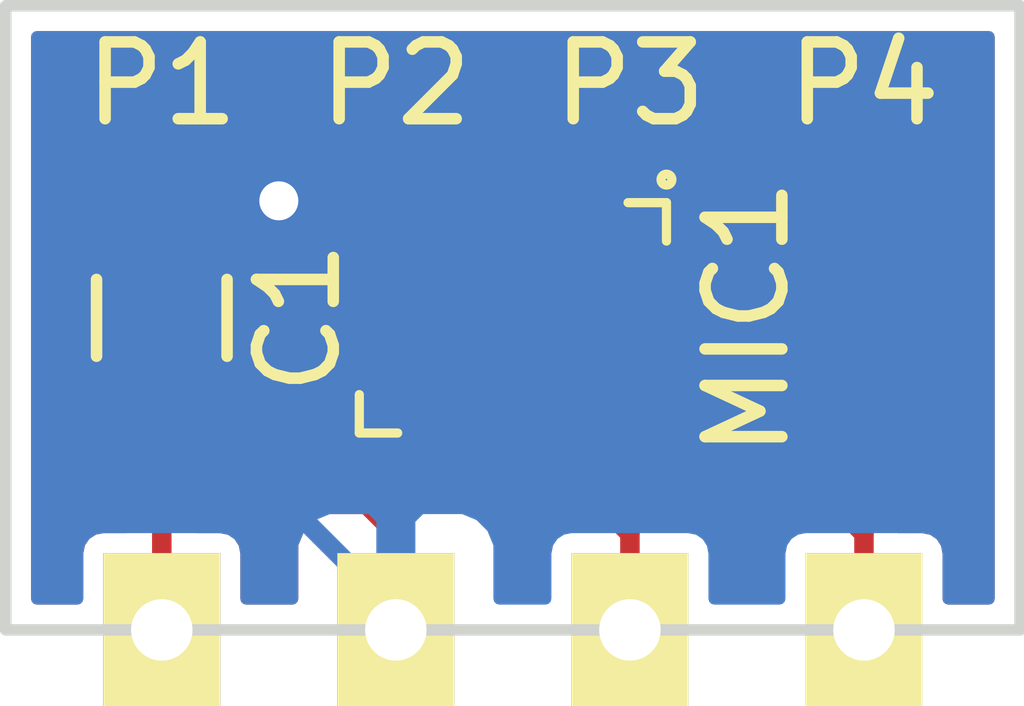
<source format=kicad_pcb>
(kicad_pcb (version 4) (host pcbnew 4.0.1-stable)

  (general
    (links 10)
    (no_connects 9)
    (area 16.434999 22.784999 33.095001 33.095001)
    (thickness 1.6)
    (drawings 4)
    (tracks 41)
    (zones 0)
    (modules 6)
    (nets 5)
  )

  (page A4)
  (layers
    (0 F.Cu signal)
    (31 B.Cu signal)
    (32 B.Adhes user)
    (33 F.Adhes user)
    (34 B.Paste user)
    (35 F.Paste user)
    (36 B.SilkS user)
    (37 F.SilkS user)
    (38 B.Mask user)
    (39 F.Mask user)
    (40 Dwgs.User user)
    (41 Cmts.User user)
    (42 Eco1.User user)
    (43 Eco2.User user)
    (44 Edge.Cuts user)
    (45 Margin user)
    (46 B.CrtYd user)
    (47 F.CrtYd user)
    (48 B.Fab user)
    (49 F.Fab user hide)
  )

  (setup
    (last_trace_width 0.254)
    (trace_clearance 0.1524)
    (zone_clearance 0.2032)
    (zone_45_only no)
    (trace_min 0.1524)
    (segment_width 0.2)
    (edge_width 0.15)
    (via_size 0.6)
    (via_drill 0.4)
    (via_min_size 0.508)
    (via_min_drill 0.3556)
    (uvia_size 0.3)
    (uvia_drill 0.1)
    (uvias_allowed no)
    (uvia_min_size 0.2)
    (uvia_min_drill 0.1)
    (pcb_text_width 0.3)
    (pcb_text_size 1.5 1.5)
    (mod_edge_width 0.15)
    (mod_text_size 1 1)
    (mod_text_width 0.15)
    (pad_size 1.524 1.524)
    (pad_drill 0.762)
    (pad_to_mask_clearance 0.2)
    (aux_axis_origin 0 0)
    (visible_elements 7FFFFFFF)
    (pcbplotparams
      (layerselection 0x00030_80000001)
      (usegerberextensions false)
      (excludeedgelayer true)
      (linewidth 0.100000)
      (plotframeref false)
      (viasonmask false)
      (mode 1)
      (useauxorigin false)
      (hpglpennumber 1)
      (hpglpenspeed 20)
      (hpglpendiameter 15)
      (hpglpenoverlay 2)
      (psnegative false)
      (psa4output false)
      (plotreference true)
      (plotvalue true)
      (plotinvisibletext false)
      (padsonsilk false)
      (subtractmaskfromsilk false)
      (outputformat 1)
      (mirror false)
      (drillshape 1)
      (scaleselection 1)
      (outputdirectory ""))
  )

  (net 0 "")
  (net 1 DVDD)
  (net 2 DGND)
  (net 3 /OUT)
  (net 4 /CLK)

  (net_class Default "This is the default net class."
    (clearance 0.1524)
    (trace_width 0.254)
    (via_dia 0.6)
    (via_drill 0.4)
    (uvia_dia 0.3)
    (uvia_drill 0.1)
    (add_net /CLK)
    (add_net /OUT)
    (add_net DGND)
    (add_net DVDD)
  )

  (module mems_array:Castellated_Pad (layer F.Cu) (tedit 5675D613) (tstamp 5675D425)
    (at 31.496 23.368)
    (path /5675D2CA)
    (fp_text reference P4 (at 0 -7.112) (layer F.SilkS)
      (effects (font (size 1 1) (thickness 0.15)))
    )
    (fp_text value CASTELLATED_PAD (at 0 8.89 90) (layer F.Fab)
      (effects (font (size 1 1) (thickness 0.15)))
    )
    (pad 1 thru_hole rect (at 0 0) (size 1.524 2) (drill 0.8) (layers *.Cu *.Mask F.SilkS)
      (net 3 /OUT))
  )

  (module mems_array:Castellated_Pad (layer F.Cu) (tedit 5675D613) (tstamp 5675D420)
    (at 28.448 23.368)
    (path /5675D2A7)
    (fp_text reference P3 (at 0 -7.112) (layer F.SilkS)
      (effects (font (size 1 1) (thickness 0.15)))
    )
    (fp_text value CASTELLATED_PAD (at 0 8.89 90) (layer F.Fab)
      (effects (font (size 1 1) (thickness 0.15)))
    )
    (pad 1 thru_hole rect (at 0 0) (size 1.524 2) (drill 0.8) (layers *.Cu *.Mask F.SilkS)
      (net 4 /CLK))
  )

  (module mems_array:Castellated_Pad (layer F.Cu) (tedit 5675D613) (tstamp 5675D41B)
    (at 25.4 23.368)
    (path /5675D287)
    (fp_text reference P2 (at 0 -7.112) (layer F.SilkS)
      (effects (font (size 1 1) (thickness 0.15)))
    )
    (fp_text value CASTELLATED_PAD (at 0 8.89 90) (layer F.Fab)
      (effects (font (size 1 1) (thickness 0.15)))
    )
    (pad 1 thru_hole rect (at 0 0) (size 1.524 2) (drill 0.8) (layers *.Cu *.Mask F.SilkS)
      (net 2 DGND))
  )

  (module mems_array:Castellated_Pad (layer F.Cu) (tedit 5675D613) (tstamp 5675D416)
    (at 22.352 23.368)
    (path /5675D1D9)
    (fp_text reference P1 (at 0 -7.112) (layer F.SilkS)
      (effects (font (size 1 1) (thickness 0.15)))
    )
    (fp_text value CASTELLATED_PAD (at 0 8.89 90) (layer F.Fab)
      (effects (font (size 1 1) (thickness 0.15)))
    )
    (pad 1 thru_hole rect (at 0 0) (size 1.524 2) (drill 0.8) (layers *.Cu *.Mask F.SilkS)
      (net 1 DVDD))
  )

  (module mems_array:Mic-MEMS_Top_8_pins (layer F.Cu) (tedit 5674752B) (tstamp 5675D411)
    (at 26.924 19.304 90)
    (path /5675C9FA)
    (fp_text reference MIC1 (at 0 3.048 270) (layer F.SilkS)
      (effects (font (size 1 1) (thickness 0.15)))
    )
    (fp_text value MEMS_MIC (at 5.08 2.032 180) (layer F.Fab)
      (effects (font (size 1 1) (thickness 0.15)))
    )
    (fp_line (start -1.6 -2.1) (end 1.6 -2.1) (layer F.CrtYd) (width 0.05))
    (fp_line (start 1.6 -2.1) (end 1.6 2.1) (layer F.CrtYd) (width 0.05))
    (fp_line (start 1.6 2.1) (end -1.6 2.1) (layer F.CrtYd) (width 0.05))
    (fp_line (start -1.6 2.1) (end -1.6 -2.1) (layer F.CrtYd) (width 0.05))
    (fp_circle (center 1.8 2) (end 1.85 2.05) (layer F.SilkS) (width 0.12))
    (fp_line (start -1.5 -2) (end -1.5 -1.5) (layer F.SilkS) (width 0.12))
    (fp_line (start -1.5 -2) (end -1 -2) (layer F.SilkS) (width 0.12))
    (fp_line (start 1.5 2) (end 1 2) (layer F.SilkS) (width 0.12))
    (fp_line (start 1.5 2) (end 1.5 1.5) (layer F.SilkS) (width 0.12))
    (pad 4 smd rect (at -0.425 0.675 90) (size 0.45 0.95) (layers F.Cu F.Paste F.Mask)
      (net 3 /OUT))
    (pad 3 smd rect (at -0.425 -0.675 90) (size 0.45 0.95) (layers F.Cu F.Paste F.Mask)
      (net 4 /CLK))
    (pad 2 smd rect (at 0.425 -0.675 90) (size 0.45 0.95) (layers F.Cu F.Paste F.Mask)
      (net 1 DVDD))
    (pad 1 smd rect (at 0.425 0.675 90) (size 0.45 0.95) (layers F.Cu F.Paste F.Mask)
      (net 1 DVDD))
    (pad 5 smd rect (at 1.225 0 90) (size 0.45 2.3) (layers F.Cu F.Paste F.Mask)
      (net 2 DGND))
    (pad 5 smd rect (at -1.275 0 90) (size 0.45 2.3) (layers F.Cu F.Paste F.Mask)
      (net 2 DGND))
    (pad 5 smd rect (at 0 1.775 90) (size 1.3 0.45) (layers F.Cu F.Paste F.Mask)
      (net 2 DGND))
    (pad 5 smd rect (at 0 -1.775 90) (size 1.3 0.45) (layers F.Cu F.Paste F.Mask)
      (net 2 DGND))
  )

  (module Capacitors_SMD:C_0805 (layer F.Cu) (tedit 5415D6EA) (tstamp 5675D405)
    (at 22.352 19.304 90)
    (descr "Capacitor SMD 0805, reflow soldering, AVX (see smccp.pdf)")
    (tags "capacitor 0805")
    (path /5675CA9B)
    (attr smd)
    (fp_text reference C1 (at 0 1.778 90) (layer F.SilkS)
      (effects (font (size 1 1) (thickness 0.15)))
    )
    (fp_text value 1uF (at 5.08 0 180) (layer F.Fab)
      (effects (font (size 1 1) (thickness 0.15)))
    )
    (fp_line (start -1.8 -1) (end 1.8 -1) (layer F.CrtYd) (width 0.05))
    (fp_line (start -1.8 1) (end 1.8 1) (layer F.CrtYd) (width 0.05))
    (fp_line (start -1.8 -1) (end -1.8 1) (layer F.CrtYd) (width 0.05))
    (fp_line (start 1.8 -1) (end 1.8 1) (layer F.CrtYd) (width 0.05))
    (fp_line (start 0.5 -0.85) (end -0.5 -0.85) (layer F.SilkS) (width 0.15))
    (fp_line (start -0.5 0.85) (end 0.5 0.85) (layer F.SilkS) (width 0.15))
    (pad 1 smd rect (at -1 0 90) (size 1 1.25) (layers F.Cu F.Paste F.Mask)
      (net 1 DVDD))
    (pad 2 smd rect (at 1 0 90) (size 1 1.25) (layers F.Cu F.Paste F.Mask)
      (net 2 DGND))
    (model Capacitors_SMD.3dshapes/C_0805.wrl
      (at (xyz 0 0 0))
      (scale (xyz 1 1 1))
      (rotate (xyz 0 0 0))
    )
  )

  (gr_line (start 20.32 23.368) (end 20.32 15.24) (layer Edge.Cuts) (width 0.15))
  (gr_line (start 33.528 23.368) (end 20.32 23.368) (layer Edge.Cuts) (width 0.15))
  (gr_line (start 33.528 15.24) (end 33.528 23.368) (layer Edge.Cuts) (width 0.15))
  (gr_line (start 20.32 15.24) (end 33.528 15.24) (layer Edge.Cuts) (width 0.15))

  (segment (start 24.892 18.034) (end 25.146 18.034) (width 0.254) (layer F.Cu) (net 1))
  (segment (start 22.352 20.304) (end 22.477 20.304) (width 0.254) (layer F.Cu) (net 1))
  (segment (start 22.477 20.304) (end 24.747 18.034) (width 0.254) (layer F.Cu) (net 1))
  (segment (start 24.747 18.034) (end 24.892 18.034) (width 0.254) (layer F.Cu) (net 1))
  (segment (start 22.352 23.368) (end 22.352 20.304) (width 0.254) (layer F.Cu) (net 1))
  (segment (start 26.249 18.879) (end 27.599 18.879) (width 0.254) (layer F.Cu) (net 1))
  (segment (start 25.154 18.034) (end 25.781 18.661) (width 0.1524) (layer F.Cu) (net 1))
  (segment (start 26.249 18.879) (end 25.999 18.879) (width 0.254) (layer F.Cu) (net 1))
  (segment (start 25.999 18.879) (end 25.781 18.661) (width 0.254) (layer F.Cu) (net 1))
  (segment (start 25.146 18.034) (end 25.154 18.034) (width 0.1524) (layer F.Cu) (net 1))
  (segment (start 23.876 17.78) (end 23.876 21.606) (width 0.254) (layer B.Cu) (net 2))
  (segment (start 23.876 21.606) (end 25.4 23.13) (width 0.254) (layer B.Cu) (net 2))
  (segment (start 25.4 23.13) (end 25.4 23.368) (width 0.254) (layer B.Cu) (net 2))
  (segment (start 23.876 17.78) (end 22.876 17.78) (width 0.254) (layer F.Cu) (net 2))
  (segment (start 22.876 17.78) (end 22.352 18.304) (width 0.254) (layer F.Cu) (net 2))
  (via (at 23.876 17.78) (size 0.762) (drill 0.508) (layers F.Cu B.Cu) (net 2))
  (segment (start 25.4 23.368) (end 25.4 23.114) (width 0.254) (layer F.Cu) (net 2))
  (segment (start 25.4 23.368) (end 25.4 22.114) (width 0.254) (layer F.Cu) (net 2))
  (segment (start 25.4 22.114) (end 24.67 21.384) (width 0.254) (layer F.Cu) (net 2))
  (segment (start 24.67 21.384) (end 24.67 20.208) (width 0.254) (layer F.Cu) (net 2))
  (segment (start 24.67 20.208) (end 25.149 19.729) (width 0.254) (layer F.Cu) (net 2))
  (segment (start 25.149 19.729) (end 25.149 19.304) (width 0.254) (layer F.Cu) (net 2))
  (segment (start 28.956 20.574) (end 28.702 20.574) (width 0.254) (layer F.Cu) (net 3))
  (segment (start 31.496 23.368) (end 31.496 22.114) (width 0.254) (layer F.Cu) (net 3))
  (segment (start 31.496 22.114) (end 29.956 20.574) (width 0.254) (layer F.Cu) (net 3))
  (segment (start 29.956 20.574) (end 28.956 20.574) (width 0.254) (layer F.Cu) (net 3))
  (segment (start 28.694 20.574) (end 28.186 20.066) (width 0.1524) (layer F.Cu) (net 3))
  (segment (start 27.599 19.729) (end 27.849 19.729) (width 0.254) (layer F.Cu) (net 3))
  (segment (start 27.849 19.729) (end 28.186 20.066) (width 0.254) (layer F.Cu) (net 3))
  (segment (start 28.702 20.574) (end 28.694 20.574) (width 0.1524) (layer F.Cu) (net 3))
  (segment (start 27.035 21.59) (end 26.416 21.59) (width 0.254) (layer F.Cu) (net 4))
  (segment (start 26.416 21.59) (end 25.781 21.59) (width 0.254) (layer F.Cu) (net 4))
  (segment (start 28.448 23.368) (end 28.448 22.114) (width 0.254) (layer F.Cu) (net 4))
  (segment (start 28.448 22.114) (end 27.924 21.59) (width 0.254) (layer F.Cu) (net 4))
  (segment (start 27.924 21.59) (end 26.416 21.59) (width 0.254) (layer F.Cu) (net 4))
  (segment (start 25.273 20.455) (end 25.654 20.074) (width 0.1524) (layer F.Cu) (net 4))
  (segment (start 26.249 19.729) (end 25.999 19.729) (width 0.254) (layer F.Cu) (net 4))
  (segment (start 25.999 19.729) (end 25.654 20.074) (width 0.254) (layer F.Cu) (net 4))
  (segment (start 25.273 20.447) (end 25.273 20.455) (width 0.1524) (layer F.Cu) (net 4))
  (segment (start 25.273 21.082) (end 25.273 20.447) (width 0.254) (layer F.Cu) (net 4))
  (segment (start 25.781 21.59) (end 25.273 21.082) (width 0.254) (layer F.Cu) (net 4))

  (zone (net 2) (net_name DGND) (layer F.Cu) (tstamp 0) (hatch edge 0.508)
    (connect_pads (clearance 0.254))
    (min_thickness 0.1524)
    (fill yes (arc_segments 16) (thermal_gap 0.508) (thermal_bridge_width 0.508))
    (polygon
      (pts
        (xy 20.574 15.494) (xy 33.274 15.494) (xy 33.274 23.114) (xy 20.574 23.114)
      )
    )
    (filled_polygon
      (pts
        (xy 24.48585 19.1262) (xy 25.0365 19.1262) (xy 25.0365 19.1062) (xy 25.2615 19.1062) (xy 25.2615 19.1262)
        (xy 25.3468 19.1262) (xy 25.3468 19.4818) (xy 25.2615 19.4818) (xy 25.2615 19.5018) (xy 25.0365 19.5018)
        (xy 25.0365 19.4818) (xy 24.48585 19.4818) (xy 24.3398 19.62785) (xy 24.3398 20.070205) (xy 24.428739 20.284923)
        (xy 24.593078 20.449261) (xy 24.807796 20.5382) (xy 24.8158 20.5382) (xy 24.8158 21.082) (xy 24.850602 21.256963)
        (xy 24.949711 21.405289) (xy 25.328221 21.7838) (xy 25.222198 21.7838) (xy 25.222198 21.929848) (xy 25.07615 21.7838)
        (xy 24.521795 21.7838) (xy 24.307077 21.872739) (xy 24.142739 22.037078) (xy 24.0538 22.251796) (xy 24.0538 22.9628)
        (xy 23.450669 22.9628) (xy 23.450669 22.368) (xy 23.427644 22.245635) (xy 23.355327 22.133251) (xy 23.244983 22.057856)
        (xy 23.114 22.031331) (xy 22.8092 22.031331) (xy 22.8092 21.140669) (xy 22.977 21.140669) (xy 23.099365 21.117644)
        (xy 23.211749 21.045327) (xy 23.287144 20.934983) (xy 23.313669 20.804) (xy 23.313669 20.113909) (xy 24.393614 19.033964)
      )
    )
    (filled_polygon
      (pts
        (xy 33.1228 22.9628) (xy 32.594669 22.9628) (xy 32.594669 22.368) (xy 32.571644 22.245635) (xy 32.499327 22.133251)
        (xy 32.388983 22.057856) (xy 32.258 22.031331) (xy 31.936756 22.031331) (xy 31.918398 21.939037) (xy 31.819289 21.790711)
        (xy 30.279289 20.250711) (xy 30.130963 20.151602) (xy 29.956 20.1168) (xy 29.4889 20.1168) (xy 29.5082 20.070205)
        (xy 29.5082 19.62785) (xy 29.36215 19.4818) (xy 28.8115 19.4818) (xy 28.8115 19.5018) (xy 28.5865 19.5018)
        (xy 28.5865 19.4818) (xy 28.5012 19.4818) (xy 28.5012 19.1262) (xy 28.5865 19.1262) (xy 28.5865 18.593304)
        (xy 28.6582 18.420205) (xy 28.6582 18.33755) (xy 28.5865 18.26585) (xy 28.5865 18.21585) (xy 28.8115 18.21585)
        (xy 28.8115 19.1262) (xy 29.36215 19.1262) (xy 29.5082 18.98015) (xy 29.5082 18.537795) (xy 29.419261 18.323077)
        (xy 29.254922 18.158739) (xy 29.040204 18.0698) (xy 28.95755 18.0698) (xy 28.8115 18.21585) (xy 28.5865 18.21585)
        (xy 28.44045 18.0698) (xy 28.357796 18.0698) (xy 28.143078 18.158739) (xy 28.110317 18.1915) (xy 27.1018 18.1915)
        (xy 27.1018 18.2768) (xy 26.7462 18.2768) (xy 26.7462 18.1915) (xy 26.7262 18.1915) (xy 26.7262 17.9665)
        (xy 26.7462 17.9665) (xy 26.7462 17.41585) (xy 27.1018 17.41585) (xy 27.1018 17.9665) (xy 28.51215 17.9665)
        (xy 28.6582 17.82045) (xy 28.6582 17.737795) (xy 28.569261 17.523077) (xy 28.404922 17.358739) (xy 28.190204 17.2698)
        (xy 27.24785 17.2698) (xy 27.1018 17.41585) (xy 26.7462 17.41585) (xy 26.60015 17.2698) (xy 25.657796 17.2698)
        (xy 25.443078 17.358739) (xy 25.278739 17.523077) (xy 25.248076 17.597104) (xy 25.146 17.5768) (xy 24.747 17.5768)
        (xy 24.572037 17.611602) (xy 24.423711 17.710711) (xy 23.533886 18.600536) (xy 23.41515 18.4818) (xy 22.5298 18.4818)
        (xy 22.5298 19.24215) (xy 22.67585 19.3882) (xy 22.746222 19.3882) (xy 22.667091 19.467331) (xy 21.727 19.467331)
        (xy 21.604635 19.490356) (xy 21.492251 19.562673) (xy 21.416856 19.673017) (xy 21.390331 19.804) (xy 21.390331 20.804)
        (xy 21.413356 20.926365) (xy 21.485673 21.038749) (xy 21.596017 21.114144) (xy 21.727 21.140669) (xy 21.8948 21.140669)
        (xy 21.8948 22.031331) (xy 21.59 22.031331) (xy 21.467635 22.054356) (xy 21.355251 22.126673) (xy 21.279856 22.237017)
        (xy 21.253331 22.368) (xy 21.253331 22.9628) (xy 20.7252 22.9628) (xy 20.7252 18.62785) (xy 21.1428 18.62785)
        (xy 21.1428 18.920205) (xy 21.231739 19.134923) (xy 21.396078 19.299261) (xy 21.610796 19.3882) (xy 22.02815 19.3882)
        (xy 22.1742 19.24215) (xy 22.1742 18.4818) (xy 21.28885 18.4818) (xy 21.1428 18.62785) (xy 20.7252 18.62785)
        (xy 20.7252 17.687795) (xy 21.1428 17.687795) (xy 21.1428 17.98015) (xy 21.28885 18.1262) (xy 22.1742 18.1262)
        (xy 22.1742 17.36585) (xy 22.5298 17.36585) (xy 22.5298 18.1262) (xy 23.41515 18.1262) (xy 23.5612 17.98015)
        (xy 23.5612 17.687795) (xy 23.472261 17.473077) (xy 23.307922 17.308739) (xy 23.093204 17.2198) (xy 22.67585 17.2198)
        (xy 22.5298 17.36585) (xy 22.1742 17.36585) (xy 22.02815 17.2198) (xy 21.610796 17.2198) (xy 21.396078 17.308739)
        (xy 21.231739 17.473077) (xy 21.1428 17.687795) (xy 20.7252 17.687795) (xy 20.7252 15.6452) (xy 33.1228 15.6452)
      )
    )
    (filled_polygon
      (pts
        (xy 27.1018 20.4665) (xy 27.1218 20.4665) (xy 27.1218 20.6915) (xy 27.1018 20.6915) (xy 27.1018 20.7768)
        (xy 26.7462 20.7768) (xy 26.7462 20.6915) (xy 26.7262 20.6915) (xy 26.7262 20.4665) (xy 26.7462 20.4665)
        (xy 26.7462 20.3812) (xy 27.1018 20.3812)
      )
    )
  )
  (zone (net 2) (net_name DGND) (layer B.Cu) (tstamp 0) (hatch edge 0.508)
    (connect_pads (clearance 0.254))
    (min_thickness 0.1524)
    (fill yes (arc_segments 16) (thermal_gap 0.508) (thermal_bridge_width 0.508))
    (polygon
      (pts
        (xy 20.574 15.494) (xy 33.274 15.494) (xy 33.274 23.114) (xy 20.574 23.114)
      )
    )
    (filled_polygon
      (pts
        (xy 33.1228 22.9628) (xy 32.594669 22.9628) (xy 32.594669 22.368) (xy 32.571644 22.245635) (xy 32.499327 22.133251)
        (xy 32.388983 22.057856) (xy 32.258 22.031331) (xy 30.734 22.031331) (xy 30.611635 22.054356) (xy 30.499251 22.126673)
        (xy 30.423856 22.237017) (xy 30.397331 22.368) (xy 30.397331 22.9628) (xy 29.546669 22.9628) (xy 29.546669 22.368)
        (xy 29.523644 22.245635) (xy 29.451327 22.133251) (xy 29.340983 22.057856) (xy 29.21 22.031331) (xy 27.686 22.031331)
        (xy 27.563635 22.054356) (xy 27.451251 22.126673) (xy 27.375856 22.237017) (xy 27.349331 22.368) (xy 27.349331 22.9628)
        (xy 26.7462 22.9628) (xy 26.7462 22.251796) (xy 26.657261 22.037078) (xy 26.492923 21.872739) (xy 26.278205 21.7838)
        (xy 25.72385 21.7838) (xy 25.5778 21.92985) (xy 25.5778 22.9628) (xy 25.2222 22.9628) (xy 25.2222 21.92985)
        (xy 25.07615 21.7838) (xy 24.521795 21.7838) (xy 24.307077 21.872739) (xy 24.142739 22.037078) (xy 24.0538 22.251796)
        (xy 24.0538 22.9628) (xy 23.450669 22.9628) (xy 23.450669 22.368) (xy 23.427644 22.245635) (xy 23.355327 22.133251)
        (xy 23.244983 22.057856) (xy 23.114 22.031331) (xy 21.59 22.031331) (xy 21.467635 22.054356) (xy 21.355251 22.126673)
        (xy 21.279856 22.237017) (xy 21.253331 22.368) (xy 21.253331 22.9628) (xy 20.7252 22.9628) (xy 20.7252 15.6452)
        (xy 33.1228 15.6452)
      )
    )
  )
)

</source>
